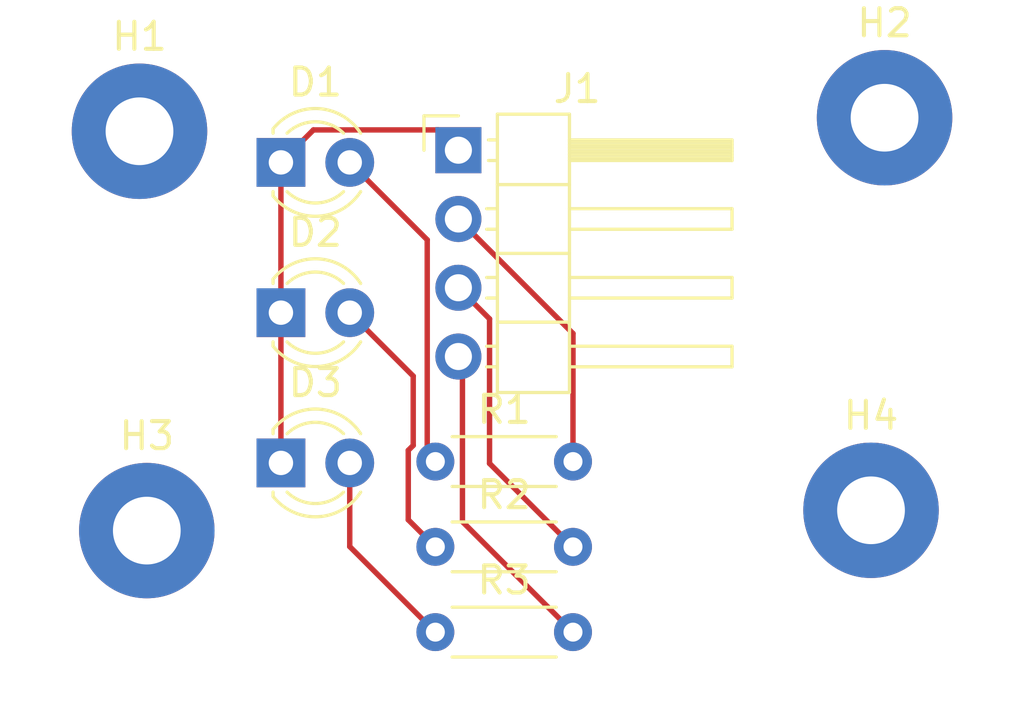
<source format=kicad_pcb>
(kicad_pcb (version 20240108) (generator "pcbnew") (generator_version "8.0")
  (layers (0 "F.Cu" signal) (31 "B.Cu" signal) (34 "B.Paste" user) (35 "F.Paste" user) (36 "B.SilkS" user "B.Silkscreen") (37 "F.SilkS" user "F.Silkscreen") (38 "B.Mask" user) (39 "F.Mask" user) (44 "Edge.Cuts" user))
  (net 0 "")
  (net 1 "Net-(D1-K)")
  (net 2 "Net-(D1-A)")
  (net 3 "Net-(D2-A)")
  (net 4 "Net-(D3-A)")
  (net 5 "Net-(J1-Pin_4)")
  (net 6 "Net-(J1-Pin_3)")
  (net 7 "Net-(J1-Pin_2)")
  (footprint "Connector_PinHeader_2.54mm:PinHeader_1x04_P2.54mm_Horizontal" (layer "F.Cu") (at 121.77 83.2)
    (property "Reference" "J1" (at 4.385 -2.27 0) (layer "F.SilkS"))
    (property "Value" "Conn_01x04")
    (fp_line (start -1.27 -1.27) (end 0 -1.27) (stroke (width 0.12)) (layer "F.SilkS"))
    (fp_line (start -1.27 0) (end -1.27 -1.27) (stroke (width 0.12)) (layer "F.SilkS"))
    (fp_line (start 1.042929 2.16) (end 1.44 2.16) (stroke (width 0.12)) (layer "F.SilkS"))
    (fp_line (start 1.042929 2.92) (end 1.44 2.92) (stroke (width 0.12)) (layer "F.SilkS"))
    (fp_line (start 1.042929 4.7) (end 1.44 4.7) (stroke (width 0.12)) (layer "F.SilkS"))
    (fp_line (start 1.042929 5.46) (end 1.44 5.46) (stroke (width 0.12)) (layer "F.SilkS"))
    (fp_line (start 1.042929 7.24) (end 1.44 7.24) (stroke (width 0.12)) (layer "F.SilkS"))
    (fp_line (start 1.042929 8) (end 1.44 8) (stroke (width 0.12)) (layer "F.SilkS"))
    (fp_line (start 1.11 -0.38) (end 1.44 -0.38) (stroke (width 0.12)) (layer "F.SilkS"))
    (fp_line (start 1.11 0.38) (end 1.44 0.38) (stroke (width 0.12)) (layer "F.SilkS"))
    (fp_line (start 1.44 -1.33) (end 1.44 8.95) (stroke (width 0.12)) (layer "F.SilkS"))
    (fp_line (start 1.44 1.27) (end 4.1 1.27) (stroke (width 0.12)) (layer "F.SilkS"))
    (fp_line (start 1.44 3.81) (end 4.1 3.81) (stroke (width 0.12)) (layer "F.SilkS"))
    (fp_line (start 1.44 6.35) (end 4.1 6.35) (stroke (width 0.12)) (layer "F.SilkS"))
    (fp_line (start 1.44 8.95) (end 4.1 8.95) (stroke (width 0.12)) (layer "F.SilkS"))
    (fp_line (start 4.1 -1.33) (end 1.44 -1.33) (stroke (width 0.12)) (layer "F.SilkS"))
    (fp_line (start 4.1 -0.38) (end 10.1 -0.38) (stroke (width 0.12)) (layer "F.SilkS"))
    (fp_line (start 4.1 -0.32) (end 10.1 -0.32) (stroke (width 0.12)) (layer "F.SilkS"))
    (fp_line (start 4.1 -0.2) (end 10.1 -0.2) (stroke (width 0.12)) (layer "F.SilkS"))
    (fp_line (start 4.1 -0.08) (end 10.1 -0.08) (stroke (width 0.12)) (layer "F.SilkS"))
    (fp_line (start 4.1 0.04) (end 10.1 0.04) (stroke (width 0.12)) (layer "F.SilkS"))
    (fp_line (start 4.1 0.16) (end 10.1 0.16) (stroke (width 0.12)) (layer "F.SilkS"))
    (fp_line (start 4.1 0.28) (end 10.1 0.28) (stroke (width 0.12)) (layer "F.SilkS"))
    (fp_line (start 4.1 2.16) (end 10.1 2.16) (stroke (width 0.12)) (layer "F.SilkS"))
    (fp_line (start 4.1 4.7) (end 10.1 4.7) (stroke (width 0.12)) (layer "F.SilkS"))
    (fp_line (start 4.1 7.24) (end 10.1 7.24) (stroke (width 0.12)) (layer "F.SilkS"))
    (fp_line (start 4.1 8.95) (end 4.1 -1.33) (stroke (width 0.12)) (layer "F.SilkS"))
    (fp_line (start 10.1 -0.38) (end 10.1 0.38) (stroke (width 0.12)) (layer "F.SilkS"))
    (fp_line (start 10.1 0.38) (end 4.1 0.38) (stroke (width 0.12)) (layer "F.SilkS"))
    (fp_line (start 10.1 2.16) (end 10.1 2.92) (stroke (width 0.12)) (layer "F.SilkS"))
    (fp_line (start 10.1 2.92) (end 4.1 2.92) (stroke (width 0.12)) (layer "F.SilkS"))
    (fp_line (start 10.1 4.7) (end 10.1 5.46) (stroke (width 0.12)) (layer "F.SilkS"))
    (fp_line (start 10.1 5.46) (end 4.1 5.46) (stroke (width 0.12)) (layer "F.SilkS"))
    (fp_line (start 10.1 7.24) (end 10.1 8) (stroke (width 0.12)) (layer "F.SilkS"))
    (fp_line (start 10.1 8) (end 4.1 8) (stroke (width 0.12)) (layer "F.SilkS"))
    (pad "1" thru_hole rect (at 0 0) (size 1.7 1.7) (drill 1) (layers "*.Cu" "*.Mask") (net 1 "Net-(D1-K)"))
    (pad "2" thru_hole oval (at 0 2.54) (size 1.7 1.7) (drill 1) (layers "*.Cu" "*.Mask") (net 7 "Net-(J1-Pin_2)"))
    (pad "3" thru_hole oval (at 0 5.08) (size 1.7 1.7) (drill 1) (layers "*.Cu" "*.Mask") (net 6 "Net-(J1-Pin_3)"))
    (pad "4" thru_hole oval (at 0 7.62) (size 1.7 1.7) (drill 1) (layers "*.Cu" "*.Mask") (net 5 "Net-(J1-Pin_4)"))
  )
  (footprint "MountingHole:MountingHole_2.5mm_Pad" (layer "F.Cu") (at 137.5 82)
    (property "Reference" "H2" (at 0 -3.5 0) (layer "F.SilkS"))
    (property "Value" "MountingHole")
    (pad "1" thru_hole circle (at 0 0) (size 5 5) (drill 2.5) (layers "*.Cu" "*.Mask"))
  )
  (footprint "Resistor_THT:R_Axial_DIN0204_L3.6mm_D1.6mm_P5.08mm_Horizontal" (layer "F.Cu") (at 120.92 94.7)
    (property "Reference" "R1" (at 2.54 -1.92 0) (layer "F.SilkS"))
    (property "Value" "R")
    (fp_line (start 0.62 -0.92) (end 4.46 -0.92) (stroke (width 0.12)) (layer "F.SilkS"))
    (fp_line (start 0.62 0.92) (end 4.46 0.92) (stroke (width 0.12)) (layer "F.SilkS"))
    (pad "1" thru_hole circle (at 0 0) (size 1.4 1.4) (drill 0.7) (layers "*.Cu" "*.Mask") (net 2 "Net-(D1-A)"))
    (pad "2" thru_hole oval (at 5.08 0) (size 1.4 1.4) (drill 0.7) (layers "*.Cu" "*.Mask") (net 7 "Net-(J1-Pin_2)"))
  )
  (footprint "LED_THT:LED_D3.0mm" (layer "F.Cu") (at 115.22 94.75)
    (property "Reference" "D3" (at 1.27 -2.96 0) (layer "F.SilkS"))
    (property "Value" "LED")
    (fp_line (start -0.29 -1.236) (end -0.29 -1.08) (stroke (width 0.12)) (layer "F.SilkS"))
    (fp_line (start -0.29 1.08) (end -0.29 1.236) (stroke (width 0.12)) (layer "F.SilkS"))
    (fp_arc (start -0.29 -1.235516) (mid 1.366487 -1.987659) (end 2.942335 -1.078608) (stroke (width 0.12)) (layer "F.SilkS"))
    (fp_arc (start 0.229039 -1.08) (mid 1.270117 -1.5) (end 2.31113 -1.079837) (stroke (width 0.12)) (layer "F.SilkS"))
    (fp_arc (start 2.31113 1.079837) (mid 1.270117 1.5) (end 0.229039 1.08) (stroke (width 0.12)) (layer "F.SilkS"))
    (fp_arc (start 2.942335 1.078608) (mid 1.366487 1.987659) (end -0.29 1.235516) (stroke (width 0.12)) (layer "F.SilkS"))
    (pad "1" thru_hole rect (at 0 0) (size 1.8 1.8) (drill 0.9) (layers "*.Cu" "*.Mask") (net 1 "Net-(D1-K)"))
    (pad "2" thru_hole circle (at 2.54 0) (size 1.8 1.8) (drill 0.9) (layers "*.Cu" "*.Mask") (net 4 "Net-(D3-A)"))
  )
  (footprint "Resistor_THT:R_Axial_DIN0204_L3.6mm_D1.6mm_P5.08mm_Horizontal" (layer "F.Cu") (at 120.92 97.85)
    (property "Reference" "R2" (at 2.54 -1.92 0) (layer "F.SilkS"))
    (property "Value" "R")
    (fp_line (start 0.62 -0.92) (end 4.46 -0.92) (stroke (width 0.12)) (layer "F.SilkS"))
    (fp_line (start 0.62 0.92) (end 4.46 0.92) (stroke (width 0.12)) (layer "F.SilkS"))
    (pad "1" thru_hole circle (at 0 0) (size 1.4 1.4) (drill 0.7) (layers "*.Cu" "*.Mask") (net 3 "Net-(D2-A)"))
    (pad "2" thru_hole oval (at 5.08 0) (size 1.4 1.4) (drill 0.7) (layers "*.Cu" "*.Mask") (net 6 "Net-(J1-Pin_3)"))
  )
  (footprint "MountingHole:MountingHole_2.5mm_Pad" (layer "F.Cu") (at 110 82.5)
    (property "Reference" "H1" (at 0 -3.5 0) (layer "F.SilkS"))
    (property "Value" "MountingHole")
    (pad "1" thru_hole circle (at 0 0) (size 5 5) (drill 2.5) (layers "*.Cu" "*.Mask"))
  )
  (footprint "LED_THT:LED_D3.0mm" (layer "F.Cu") (at 115.22 83.65)
    (property "Reference" "D1" (at 1.27 -2.96 0) (layer "F.SilkS"))
    (property "Value" "LED")
    (fp_line (start -0.29 -1.236) (end -0.29 -1.08) (stroke (width 0.12)) (layer "F.SilkS"))
    (fp_line (start -0.29 1.08) (end -0.29 1.236) (stroke (width 0.12)) (layer "F.SilkS"))
    (fp_arc (start -0.29 -1.235516) (mid 1.366487 -1.987659) (end 2.942335 -1.078608) (stroke (width 0.12)) (layer "F.SilkS"))
    (fp_arc (start 0.229039 -1.08) (mid 1.270117 -1.5) (end 2.31113 -1.079837) (stroke (width 0.12)) (layer "F.SilkS"))
    (fp_arc (start 2.31113 1.079837) (mid 1.270117 1.5) (end 0.229039 1.08) (stroke (width 0.12)) (layer "F.SilkS"))
    (fp_arc (start 2.942335 1.078608) (mid 1.366487 1.987659) (end -0.29 1.235516) (stroke (width 0.12)) (layer "F.SilkS"))
    (pad "1" thru_hole rect (at 0 0) (size 1.8 1.8) (drill 0.9) (layers "*.Cu" "*.Mask") (net 1 "Net-(D1-K)"))
    (pad "2" thru_hole circle (at 2.54 0) (size 1.8 1.8) (drill 0.9) (layers "*.Cu" "*.Mask") (net 2 "Net-(D1-A)"))
  )
  (footprint "MountingHole:MountingHole_2.5mm_Pad" (layer "F.Cu") (at 110.27 97.25)
    (property "Reference" "H3" (at 0 -3.5 0) (layer "F.SilkS"))
    (property "Value" "MountingHole")
    (pad "1" thru_hole circle (at 0 0) (size 5 5) (drill 2.5) (layers "*.Cu" "*.Mask"))
  )
  (footprint "Resistor_THT:R_Axial_DIN0204_L3.6mm_D1.6mm_P5.08mm_Horizontal" (layer "F.Cu") (at 120.92 101)
    (property "Reference" "R3" (at 2.54 -1.92 0) (layer "F.SilkS"))
    (property "Value" "R")
    (fp_line (start 0.62 -0.92) (end 4.46 -0.92) (stroke (width 0.12)) (layer "F.SilkS"))
    (fp_line (start 0.62 0.92) (end 4.46 0.92) (stroke (width 0.12)) (layer "F.SilkS"))
    (pad "1" thru_hole circle (at 0 0) (size 1.4 1.4) (drill 0.7) (layers "*.Cu" "*.Mask") (net 4 "Net-(D3-A)"))
    (pad "2" thru_hole oval (at 5.08 0) (size 1.4 1.4) (drill 0.7) (layers "*.Cu" "*.Mask") (net 5 "Net-(J1-Pin_4)"))
  )
  (footprint "MountingHole:MountingHole_2.5mm_Pad" (layer "F.Cu") (at 137 96.5)
    (property "Reference" "H4" (at 0 -3.5 0) (layer "F.SilkS"))
    (property "Value" "MountingHole")
    (pad "1" thru_hole circle (at 0 0) (size 5 5) (drill 2.5) (layers "*.Cu" "*.Mask"))
  )
  (footprint "LED_THT:LED_D3.0mm" (layer "F.Cu") (at 115.22 89.2)
    (property "Reference" "D2" (at 1.27 -2.96 0) (layer "F.SilkS"))
    (property "Value" "LED")
    (fp_line (start -0.29 -1.236) (end -0.29 -1.08) (stroke (width 0.12)) (layer "F.SilkS"))
    (fp_line (start -0.29 1.08) (end -0.29 1.236) (stroke (width 0.12)) (layer "F.SilkS"))
    (fp_arc (start -0.29 -1.235516) (mid 1.366487 -1.987659) (end 2.942335 -1.078608) (stroke (width 0.12)) (layer "F.SilkS"))
    (fp_arc (start 0.229039 -1.08) (mid 1.270117 -1.5) (end 2.31113 -1.079837) (stroke (width 0.12)) (layer "F.SilkS"))
    (fp_arc (start 2.31113 1.079837) (mid 1.270117 1.5) (end 0.229039 1.08) (stroke (width 0.12)) (layer "F.SilkS"))
    (fp_arc (start 2.942335 1.078608) (mid 1.366487 1.987659) (end -0.29 1.235516) (stroke (width 0.12)) (layer "F.SilkS"))
    (pad "1" thru_hole rect (at 0 0) (size 1.8 1.8) (drill 0.9) (layers "*.Cu" "*.Mask") (net 1 "Net-(D1-K)"))
    (pad "2" thru_hole circle (at 2.54 0) (size 1.8 1.8) (drill 0.9) (layers "*.Cu" "*.Mask") (net 3 "Net-(D2-A)"))
  )
  (segment (start 116.42 82.45) (end 121.02 82.45) (width 0.2) (layer "F.Cu") (net 1))
  (segment (start 115.22 83.65) (end 116.42 82.45) (width 0.2) (layer "F.Cu") (net 1))
  (segment (start 121.02 82.45) (end 121.77 83.2) (width 0.2) (layer "F.Cu") (net 1))
  (segment (start 115.22 83.65) (end 115.22 94.75) (width 0.2) (layer "F.Cu") (net 1))
  (segment (start 120.62 94.4) (end 120.92 94.7) (width 0.2) (layer "F.Cu") (net 2))
  (segment (start 120.62 86.51) (end 120.62 94.4) (width 0.2) (layer "F.Cu") (net 2))
  (segment (start 117.76 83.65) (end 120.62 86.51) (width 0.2) (layer "F.Cu") (net 2))
  (segment (start 119.92 96.85) (end 120.92 97.85) (width 0.2) (layer "F.Cu") (net 3))
  (segment (start 119.92 94.285786) (end 119.92 96.85) (width 0.2) (layer "F.Cu") (net 3))
  (segment (start 120.102893 91.542893) (end 120.102893 94.102893) (width 0.2) (layer "F.Cu") (net 3))
  (segment (start 120.102893 94.102893) (end 119.92 94.285786) (width 0.2) (layer "F.Cu") (net 3))
  (segment (start 117.76 89.2) (end 120.102893 91.542893) (width 0.2) (layer "F.Cu") (net 3))
  (segment (start 117.76 94.75) (end 117.76 97.84) (width 0.2) (layer "F.Cu") (net 4))
  (segment (start 117.76 97.84) (end 120.92 101) (width 0.2) (layer "F.Cu") (net 4))
  (segment (start 121.92 90.97) (end 121.92 96.92) (width 0.2) (layer "F.Cu") (net 5))
  (segment (start 121.92 96.92) (end 126 101) (width 0.2) (layer "F.Cu") (net 5))
  (segment (start 121.77 90.82) (end 121.92 90.97) (width 0.2) (layer "F.Cu") (net 5))
  (segment (start 121.77 88.28) (end 122.92 89.43) (width 0.2) (layer "F.Cu") (net 6))
  (segment (start 122.92 94.77) (end 126 97.85) (width 0.2) (layer "F.Cu") (net 6))
  (segment (start 122.92 89.43) (end 122.92 94.77) (width 0.2) (layer "F.Cu") (net 6))
  (segment (start 126 89.97) (end 126 94.7) (width 0.2) (layer "F.Cu") (net 7))
  (segment (start 121.77 85.74) (end 126 89.97) (width 0.2) (layer "F.Cu") (net 7))
)
</source>
